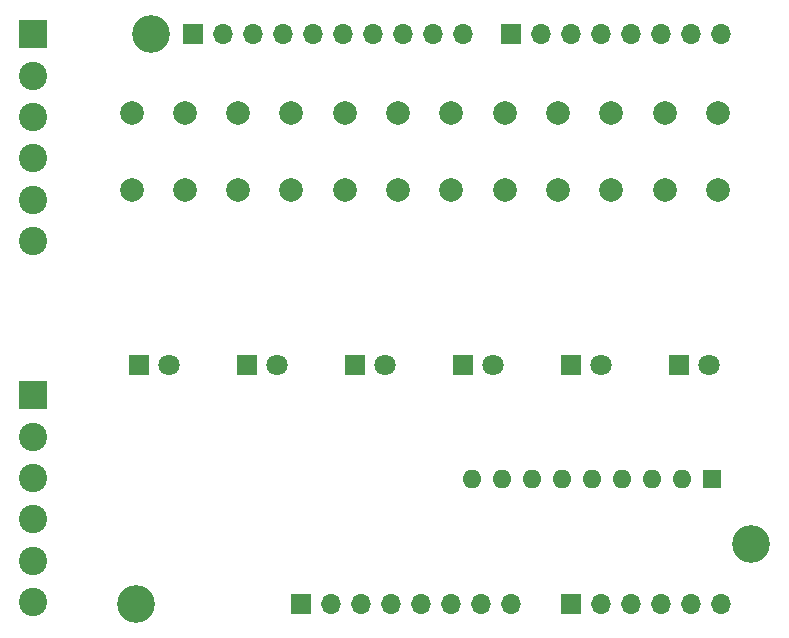
<source format=gbr>
%TF.GenerationSoftware,KiCad,Pcbnew,(7.0.0-0)*%
%TF.CreationDate,2023-08-03T18:37:04+02:00*%
%TF.ProjectId,flipperbrain-shield,666c6970-7065-4726-9272-61696e2d7368,rev?*%
%TF.SameCoordinates,Original*%
%TF.FileFunction,Soldermask,Top*%
%TF.FilePolarity,Negative*%
%FSLAX46Y46*%
G04 Gerber Fmt 4.6, Leading zero omitted, Abs format (unit mm)*
G04 Created by KiCad (PCBNEW (7.0.0-0)) date 2023-08-03 18:37:04*
%MOMM*%
%LPD*%
G01*
G04 APERTURE LIST*
%ADD10C,2.000000*%
%ADD11C,1.800000*%
%ADD12R,1.800000X1.800000*%
%ADD13C,3.200000*%
%ADD14O,1.600000X1.600000*%
%ADD15R,1.600000X1.600000*%
%ADD16R,2.400000X2.400000*%
%ADD17C,2.400000*%
%ADD18R,1.700000X1.700000*%
%ADD19O,1.700000X1.700000*%
G04 APERTURE END LIST*
D10*
%TO.C,SW8*%
X113552000Y-62410000D03*
X113552000Y-55910000D03*
X118052000Y-62410000D03*
X118052000Y-55910000D03*
%TD*%
%TO.C,SW11*%
X140633000Y-62410000D03*
X140633000Y-55910000D03*
X145133000Y-62410000D03*
X145133000Y-55910000D03*
%TD*%
%TO.C,SW13*%
X158687000Y-62410000D03*
X158687000Y-55910000D03*
X163187000Y-62410000D03*
X163187000Y-55910000D03*
%TD*%
D11*
%TO.C,D6*%
X162430000Y-77195000D03*
D12*
X159889999Y-77194999D03*
%TD*%
D10*
%TO.C,SW10*%
X131606000Y-62410000D03*
X131606000Y-55910000D03*
X136106000Y-62410000D03*
X136106000Y-55910000D03*
%TD*%
D12*
%TO.C,D2*%
X123341999Y-77194999D03*
D11*
X125882000Y-77195000D03*
%TD*%
D12*
%TO.C,D3*%
X132478999Y-77194999D03*
D11*
X135019000Y-77195000D03*
%TD*%
D13*
%TO.C,MH1*%
X115240000Y-49200000D03*
%TD*%
D10*
%TO.C,SW9*%
X122579000Y-62410000D03*
X122579000Y-55910000D03*
X127079000Y-62410000D03*
X127079000Y-55910000D03*
%TD*%
D12*
%TO.C,D1*%
X114204999Y-77194999D03*
D11*
X116745000Y-77195000D03*
%TD*%
D14*
%TO.C,RN1*%
X142369999Y-86867999D03*
X144909999Y-86867999D03*
X147449999Y-86867999D03*
X149989999Y-86867999D03*
X152529999Y-86867999D03*
X155069999Y-86867999D03*
X157609999Y-86867999D03*
X160149999Y-86867999D03*
D15*
X162689999Y-86867999D03*
%TD*%
D10*
%TO.C,SW12*%
X149660000Y-62410000D03*
X149660000Y-55910000D03*
X154160000Y-62410000D03*
X154160000Y-55910000D03*
%TD*%
D16*
%TO.C,J6*%
X105206999Y-49245999D03*
D17*
X105207000Y-52746000D03*
X105207000Y-56246000D03*
X105207000Y-59746000D03*
X105207000Y-63246000D03*
X105207000Y-66746000D03*
%TD*%
D16*
%TO.C,J5*%
X105206999Y-79799999D03*
D17*
X105207000Y-83300000D03*
X105207000Y-86800000D03*
X105207000Y-90300000D03*
X105207000Y-93800000D03*
X105207000Y-97300000D03*
%TD*%
D12*
%TO.C,D4*%
X141615999Y-77194999D03*
D11*
X144156000Y-77195000D03*
%TD*%
D13*
%TO.C,MH2*%
X113970000Y-97460000D03*
%TD*%
%TO.C,MH4*%
X166040000Y-92380000D03*
%TD*%
D12*
%TO.C,D5*%
X150752999Y-77194999D03*
D11*
X153293000Y-77195000D03*
%TD*%
D18*
%TO.C,J3*%
X150799999Y-97459999D03*
D19*
X153339999Y-97459999D03*
X155879999Y-97459999D03*
X158419999Y-97459999D03*
X160959999Y-97459999D03*
X163499999Y-97459999D03*
%TD*%
D18*
%TO.C,J2*%
X118795999Y-49199999D03*
D19*
X121335999Y-49199999D03*
X123875999Y-49199999D03*
X126415999Y-49199999D03*
X128955999Y-49199999D03*
X131495999Y-49199999D03*
X134035999Y-49199999D03*
X136575999Y-49199999D03*
X139115999Y-49199999D03*
X141655999Y-49199999D03*
%TD*%
D18*
%TO.C,J4*%
X145719999Y-49199999D03*
D19*
X148259999Y-49199999D03*
X150799999Y-49199999D03*
X153339999Y-49199999D03*
X155879999Y-49199999D03*
X158419999Y-49199999D03*
X160959999Y-49199999D03*
X163499999Y-49199999D03*
%TD*%
D18*
%TO.C,J1*%
X127939999Y-97459999D03*
D19*
X130479999Y-97459999D03*
X133019999Y-97459999D03*
X135559999Y-97459999D03*
X138099999Y-97459999D03*
X140639999Y-97459999D03*
X143179999Y-97459999D03*
X145719999Y-97459999D03*
%TD*%
M02*

</source>
